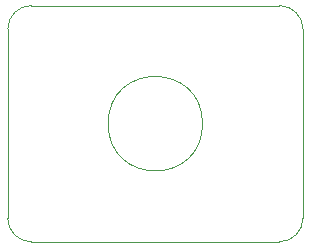
<source format=gbr>
G04 #@! TF.GenerationSoftware,KiCad,Pcbnew,5.1.5*
G04 #@! TF.CreationDate,2019-12-21T09:41:56+01:00*
G04 #@! TF.ProjectId,leg_sensor_board,6c65675f-7365-46e7-936f-725f626f6172,rev?*
G04 #@! TF.SameCoordinates,Original*
G04 #@! TF.FileFunction,Profile,NP*
%FSLAX46Y46*%
G04 Gerber Fmt 4.6, Leading zero omitted, Abs format (unit mm)*
G04 Created by KiCad (PCBNEW 5.1.5) date 2019-12-21 09:41:56*
%MOMM*%
%LPD*%
G04 APERTURE LIST*
%ADD10C,0.050000*%
G04 APERTURE END LIST*
D10*
X115500000Y-106000000D02*
G75*
G03X115500000Y-106000000I-4000000J0D01*
G01*
X99000000Y-98000000D02*
G75*
G02X101000000Y-96000000I2000000J0D01*
G01*
X101000000Y-116000000D02*
G75*
G02X99000000Y-114000000I0J2000000D01*
G01*
X124000000Y-114000000D02*
G75*
G02X122000000Y-116000000I-2000000J0D01*
G01*
X122000000Y-96000000D02*
G75*
G02X124000000Y-98000000I0J-2000000D01*
G01*
X99000000Y-114000000D02*
X99000000Y-98000000D01*
X122000000Y-116000000D02*
X101000000Y-116000000D01*
X124000000Y-98000000D02*
X124000000Y-114000000D01*
X101000000Y-96000000D02*
X122000000Y-96000000D01*
M02*

</source>
